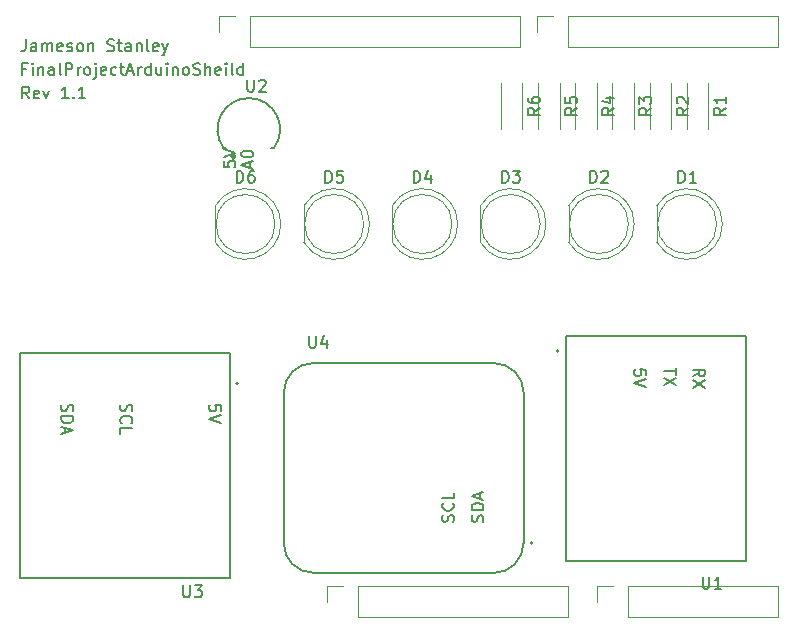
<source format=gbr>
%TF.GenerationSoftware,KiCad,Pcbnew,8.0.8*%
%TF.CreationDate,2025-03-12T20:49:11-06:00*%
%TF.ProjectId,ArduinoUnoSheildFinalProject,41726475-696e-46f5-956e-6f536865696c,rev?*%
%TF.SameCoordinates,Original*%
%TF.FileFunction,Legend,Top*%
%TF.FilePolarity,Positive*%
%FSLAX46Y46*%
G04 Gerber Fmt 4.6, Leading zero omitted, Abs format (unit mm)*
G04 Created by KiCad (PCBNEW 8.0.8) date 2025-03-12 20:49:11*
%MOMM*%
%LPD*%
G01*
G04 APERTURE LIST*
%ADD10C,0.150000*%
%ADD11C,0.120000*%
%ADD12C,0.127000*%
%ADD13C,0.200000*%
%ADD14C,0.300000*%
G04 APERTURE END LIST*
D10*
X117869819Y-60187030D02*
X117869819Y-60663220D01*
X117869819Y-60663220D02*
X118346009Y-60710839D01*
X118346009Y-60710839D02*
X118298390Y-60663220D01*
X118298390Y-60663220D02*
X118250771Y-60567982D01*
X118250771Y-60567982D02*
X118250771Y-60329887D01*
X118250771Y-60329887D02*
X118298390Y-60234649D01*
X118298390Y-60234649D02*
X118346009Y-60187030D01*
X118346009Y-60187030D02*
X118441247Y-60139411D01*
X118441247Y-60139411D02*
X118679342Y-60139411D01*
X118679342Y-60139411D02*
X118774580Y-60187030D01*
X118774580Y-60187030D02*
X118822200Y-60234649D01*
X118822200Y-60234649D02*
X118869819Y-60329887D01*
X118869819Y-60329887D02*
X118869819Y-60567982D01*
X118869819Y-60567982D02*
X118822200Y-60663220D01*
X118822200Y-60663220D02*
X118774580Y-60710839D01*
X117869819Y-59853696D02*
X118869819Y-59520363D01*
X118869819Y-59520363D02*
X117869819Y-59187030D01*
X120084104Y-60710839D02*
X120084104Y-60234649D01*
X120369819Y-60806077D02*
X119369819Y-60472744D01*
X119369819Y-60472744D02*
X120369819Y-60139411D01*
X119369819Y-59615601D02*
X119369819Y-59520363D01*
X119369819Y-59520363D02*
X119417438Y-59425125D01*
X119417438Y-59425125D02*
X119465057Y-59377506D01*
X119465057Y-59377506D02*
X119560295Y-59329887D01*
X119560295Y-59329887D02*
X119750771Y-59282268D01*
X119750771Y-59282268D02*
X119988866Y-59282268D01*
X119988866Y-59282268D02*
X120179342Y-59329887D01*
X120179342Y-59329887D02*
X120274580Y-59377506D01*
X120274580Y-59377506D02*
X120322200Y-59425125D01*
X120322200Y-59425125D02*
X120369819Y-59520363D01*
X120369819Y-59520363D02*
X120369819Y-59615601D01*
X120369819Y-59615601D02*
X120322200Y-59710839D01*
X120322200Y-59710839D02*
X120274580Y-59758458D01*
X120274580Y-59758458D02*
X120179342Y-59806077D01*
X120179342Y-59806077D02*
X119988866Y-59853696D01*
X119988866Y-59853696D02*
X119750771Y-59853696D01*
X119750771Y-59853696D02*
X119560295Y-59806077D01*
X119560295Y-59806077D02*
X119465057Y-59758458D01*
X119465057Y-59758458D02*
X119417438Y-59710839D01*
X119417438Y-59710839D02*
X119369819Y-59615601D01*
X139822200Y-90710839D02*
X139869819Y-90567982D01*
X139869819Y-90567982D02*
X139869819Y-90329887D01*
X139869819Y-90329887D02*
X139822200Y-90234649D01*
X139822200Y-90234649D02*
X139774580Y-90187030D01*
X139774580Y-90187030D02*
X139679342Y-90139411D01*
X139679342Y-90139411D02*
X139584104Y-90139411D01*
X139584104Y-90139411D02*
X139488866Y-90187030D01*
X139488866Y-90187030D02*
X139441247Y-90234649D01*
X139441247Y-90234649D02*
X139393628Y-90329887D01*
X139393628Y-90329887D02*
X139346009Y-90520363D01*
X139346009Y-90520363D02*
X139298390Y-90615601D01*
X139298390Y-90615601D02*
X139250771Y-90663220D01*
X139250771Y-90663220D02*
X139155533Y-90710839D01*
X139155533Y-90710839D02*
X139060295Y-90710839D01*
X139060295Y-90710839D02*
X138965057Y-90663220D01*
X138965057Y-90663220D02*
X138917438Y-90615601D01*
X138917438Y-90615601D02*
X138869819Y-90520363D01*
X138869819Y-90520363D02*
X138869819Y-90282268D01*
X138869819Y-90282268D02*
X138917438Y-90139411D01*
X139869819Y-89710839D02*
X138869819Y-89710839D01*
X138869819Y-89710839D02*
X138869819Y-89472744D01*
X138869819Y-89472744D02*
X138917438Y-89329887D01*
X138917438Y-89329887D02*
X139012676Y-89234649D01*
X139012676Y-89234649D02*
X139107914Y-89187030D01*
X139107914Y-89187030D02*
X139298390Y-89139411D01*
X139298390Y-89139411D02*
X139441247Y-89139411D01*
X139441247Y-89139411D02*
X139631723Y-89187030D01*
X139631723Y-89187030D02*
X139726961Y-89234649D01*
X139726961Y-89234649D02*
X139822200Y-89329887D01*
X139822200Y-89329887D02*
X139869819Y-89472744D01*
X139869819Y-89472744D02*
X139869819Y-89710839D01*
X139584104Y-88758458D02*
X139584104Y-88282268D01*
X139869819Y-88853696D02*
X138869819Y-88520363D01*
X138869819Y-88520363D02*
X139869819Y-88187030D01*
X137322200Y-90710839D02*
X137369819Y-90567982D01*
X137369819Y-90567982D02*
X137369819Y-90329887D01*
X137369819Y-90329887D02*
X137322200Y-90234649D01*
X137322200Y-90234649D02*
X137274580Y-90187030D01*
X137274580Y-90187030D02*
X137179342Y-90139411D01*
X137179342Y-90139411D02*
X137084104Y-90139411D01*
X137084104Y-90139411D02*
X136988866Y-90187030D01*
X136988866Y-90187030D02*
X136941247Y-90234649D01*
X136941247Y-90234649D02*
X136893628Y-90329887D01*
X136893628Y-90329887D02*
X136846009Y-90520363D01*
X136846009Y-90520363D02*
X136798390Y-90615601D01*
X136798390Y-90615601D02*
X136750771Y-90663220D01*
X136750771Y-90663220D02*
X136655533Y-90710839D01*
X136655533Y-90710839D02*
X136560295Y-90710839D01*
X136560295Y-90710839D02*
X136465057Y-90663220D01*
X136465057Y-90663220D02*
X136417438Y-90615601D01*
X136417438Y-90615601D02*
X136369819Y-90520363D01*
X136369819Y-90520363D02*
X136369819Y-90282268D01*
X136369819Y-90282268D02*
X136417438Y-90139411D01*
X137274580Y-89139411D02*
X137322200Y-89187030D01*
X137322200Y-89187030D02*
X137369819Y-89329887D01*
X137369819Y-89329887D02*
X137369819Y-89425125D01*
X137369819Y-89425125D02*
X137322200Y-89567982D01*
X137322200Y-89567982D02*
X137226961Y-89663220D01*
X137226961Y-89663220D02*
X137131723Y-89710839D01*
X137131723Y-89710839D02*
X136941247Y-89758458D01*
X136941247Y-89758458D02*
X136798390Y-89758458D01*
X136798390Y-89758458D02*
X136607914Y-89710839D01*
X136607914Y-89710839D02*
X136512676Y-89663220D01*
X136512676Y-89663220D02*
X136417438Y-89567982D01*
X136417438Y-89567982D02*
X136369819Y-89425125D01*
X136369819Y-89425125D02*
X136369819Y-89329887D01*
X136369819Y-89329887D02*
X136417438Y-89187030D01*
X136417438Y-89187030D02*
X136465057Y-89139411D01*
X137369819Y-88234649D02*
X137369819Y-88710839D01*
X137369819Y-88710839D02*
X136369819Y-88710839D01*
X153630180Y-78312969D02*
X153630180Y-77836779D01*
X153630180Y-77836779D02*
X153153990Y-77789160D01*
X153153990Y-77789160D02*
X153201609Y-77836779D01*
X153201609Y-77836779D02*
X153249228Y-77932017D01*
X153249228Y-77932017D02*
X153249228Y-78170112D01*
X153249228Y-78170112D02*
X153201609Y-78265350D01*
X153201609Y-78265350D02*
X153153990Y-78312969D01*
X153153990Y-78312969D02*
X153058752Y-78360588D01*
X153058752Y-78360588D02*
X152820657Y-78360588D01*
X152820657Y-78360588D02*
X152725419Y-78312969D01*
X152725419Y-78312969D02*
X152677800Y-78265350D01*
X152677800Y-78265350D02*
X152630180Y-78170112D01*
X152630180Y-78170112D02*
X152630180Y-77932017D01*
X152630180Y-77932017D02*
X152677800Y-77836779D01*
X152677800Y-77836779D02*
X152725419Y-77789160D01*
X153630180Y-78646303D02*
X152630180Y-78979636D01*
X152630180Y-78979636D02*
X153630180Y-79312969D01*
X157630180Y-78408207D02*
X158106371Y-78074874D01*
X157630180Y-77836779D02*
X158630180Y-77836779D01*
X158630180Y-77836779D02*
X158630180Y-78217731D01*
X158630180Y-78217731D02*
X158582561Y-78312969D01*
X158582561Y-78312969D02*
X158534942Y-78360588D01*
X158534942Y-78360588D02*
X158439704Y-78408207D01*
X158439704Y-78408207D02*
X158296847Y-78408207D01*
X158296847Y-78408207D02*
X158201609Y-78360588D01*
X158201609Y-78360588D02*
X158153990Y-78312969D01*
X158153990Y-78312969D02*
X158106371Y-78217731D01*
X158106371Y-78217731D02*
X158106371Y-77836779D01*
X158630180Y-78741541D02*
X157630180Y-79408207D01*
X158630180Y-79408207D02*
X157630180Y-78741541D01*
X156130180Y-77693922D02*
X156130180Y-78265350D01*
X155130180Y-77979636D02*
X156130180Y-77979636D01*
X156130180Y-78503446D02*
X155130180Y-79170112D01*
X156130180Y-79170112D02*
X155130180Y-78503446D01*
X117630180Y-81312969D02*
X117630180Y-80836779D01*
X117630180Y-80836779D02*
X117153990Y-80789160D01*
X117153990Y-80789160D02*
X117201609Y-80836779D01*
X117201609Y-80836779D02*
X117249228Y-80932017D01*
X117249228Y-80932017D02*
X117249228Y-81170112D01*
X117249228Y-81170112D02*
X117201609Y-81265350D01*
X117201609Y-81265350D02*
X117153990Y-81312969D01*
X117153990Y-81312969D02*
X117058752Y-81360588D01*
X117058752Y-81360588D02*
X116820657Y-81360588D01*
X116820657Y-81360588D02*
X116725419Y-81312969D01*
X116725419Y-81312969D02*
X116677800Y-81265350D01*
X116677800Y-81265350D02*
X116630180Y-81170112D01*
X116630180Y-81170112D02*
X116630180Y-80932017D01*
X116630180Y-80932017D02*
X116677800Y-80836779D01*
X116677800Y-80836779D02*
X116725419Y-80789160D01*
X117630180Y-81646303D02*
X116630180Y-81979636D01*
X116630180Y-81979636D02*
X117630180Y-82312969D01*
X104177800Y-80789160D02*
X104130180Y-80932017D01*
X104130180Y-80932017D02*
X104130180Y-81170112D01*
X104130180Y-81170112D02*
X104177800Y-81265350D01*
X104177800Y-81265350D02*
X104225419Y-81312969D01*
X104225419Y-81312969D02*
X104320657Y-81360588D01*
X104320657Y-81360588D02*
X104415895Y-81360588D01*
X104415895Y-81360588D02*
X104511133Y-81312969D01*
X104511133Y-81312969D02*
X104558752Y-81265350D01*
X104558752Y-81265350D02*
X104606371Y-81170112D01*
X104606371Y-81170112D02*
X104653990Y-80979636D01*
X104653990Y-80979636D02*
X104701609Y-80884398D01*
X104701609Y-80884398D02*
X104749228Y-80836779D01*
X104749228Y-80836779D02*
X104844466Y-80789160D01*
X104844466Y-80789160D02*
X104939704Y-80789160D01*
X104939704Y-80789160D02*
X105034942Y-80836779D01*
X105034942Y-80836779D02*
X105082561Y-80884398D01*
X105082561Y-80884398D02*
X105130180Y-80979636D01*
X105130180Y-80979636D02*
X105130180Y-81217731D01*
X105130180Y-81217731D02*
X105082561Y-81360588D01*
X104130180Y-81789160D02*
X105130180Y-81789160D01*
X105130180Y-81789160D02*
X105130180Y-82027255D01*
X105130180Y-82027255D02*
X105082561Y-82170112D01*
X105082561Y-82170112D02*
X104987323Y-82265350D01*
X104987323Y-82265350D02*
X104892085Y-82312969D01*
X104892085Y-82312969D02*
X104701609Y-82360588D01*
X104701609Y-82360588D02*
X104558752Y-82360588D01*
X104558752Y-82360588D02*
X104368276Y-82312969D01*
X104368276Y-82312969D02*
X104273038Y-82265350D01*
X104273038Y-82265350D02*
X104177800Y-82170112D01*
X104177800Y-82170112D02*
X104130180Y-82027255D01*
X104130180Y-82027255D02*
X104130180Y-81789160D01*
X104415895Y-82741541D02*
X104415895Y-83217731D01*
X104130180Y-82646303D02*
X105130180Y-82979636D01*
X105130180Y-82979636D02*
X104130180Y-83312969D01*
X109177800Y-80789160D02*
X109130180Y-80932017D01*
X109130180Y-80932017D02*
X109130180Y-81170112D01*
X109130180Y-81170112D02*
X109177800Y-81265350D01*
X109177800Y-81265350D02*
X109225419Y-81312969D01*
X109225419Y-81312969D02*
X109320657Y-81360588D01*
X109320657Y-81360588D02*
X109415895Y-81360588D01*
X109415895Y-81360588D02*
X109511133Y-81312969D01*
X109511133Y-81312969D02*
X109558752Y-81265350D01*
X109558752Y-81265350D02*
X109606371Y-81170112D01*
X109606371Y-81170112D02*
X109653990Y-80979636D01*
X109653990Y-80979636D02*
X109701609Y-80884398D01*
X109701609Y-80884398D02*
X109749228Y-80836779D01*
X109749228Y-80836779D02*
X109844466Y-80789160D01*
X109844466Y-80789160D02*
X109939704Y-80789160D01*
X109939704Y-80789160D02*
X110034942Y-80836779D01*
X110034942Y-80836779D02*
X110082561Y-80884398D01*
X110082561Y-80884398D02*
X110130180Y-80979636D01*
X110130180Y-80979636D02*
X110130180Y-81217731D01*
X110130180Y-81217731D02*
X110082561Y-81360588D01*
X109225419Y-82360588D02*
X109177800Y-82312969D01*
X109177800Y-82312969D02*
X109130180Y-82170112D01*
X109130180Y-82170112D02*
X109130180Y-82074874D01*
X109130180Y-82074874D02*
X109177800Y-81932017D01*
X109177800Y-81932017D02*
X109273038Y-81836779D01*
X109273038Y-81836779D02*
X109368276Y-81789160D01*
X109368276Y-81789160D02*
X109558752Y-81741541D01*
X109558752Y-81741541D02*
X109701609Y-81741541D01*
X109701609Y-81741541D02*
X109892085Y-81789160D01*
X109892085Y-81789160D02*
X109987323Y-81836779D01*
X109987323Y-81836779D02*
X110082561Y-81932017D01*
X110082561Y-81932017D02*
X110130180Y-82074874D01*
X110130180Y-82074874D02*
X110130180Y-82170112D01*
X110130180Y-82170112D02*
X110082561Y-82312969D01*
X110082561Y-82312969D02*
X110034942Y-82360588D01*
X109130180Y-83265350D02*
X109130180Y-82789160D01*
X109130180Y-82789160D02*
X110130180Y-82789160D01*
X101122493Y-49869819D02*
X101122493Y-50584104D01*
X101122493Y-50584104D02*
X101074874Y-50726961D01*
X101074874Y-50726961D02*
X100979636Y-50822200D01*
X100979636Y-50822200D02*
X100836779Y-50869819D01*
X100836779Y-50869819D02*
X100741541Y-50869819D01*
X102027255Y-50869819D02*
X102027255Y-50346009D01*
X102027255Y-50346009D02*
X101979636Y-50250771D01*
X101979636Y-50250771D02*
X101884398Y-50203152D01*
X101884398Y-50203152D02*
X101693922Y-50203152D01*
X101693922Y-50203152D02*
X101598684Y-50250771D01*
X102027255Y-50822200D02*
X101932017Y-50869819D01*
X101932017Y-50869819D02*
X101693922Y-50869819D01*
X101693922Y-50869819D02*
X101598684Y-50822200D01*
X101598684Y-50822200D02*
X101551065Y-50726961D01*
X101551065Y-50726961D02*
X101551065Y-50631723D01*
X101551065Y-50631723D02*
X101598684Y-50536485D01*
X101598684Y-50536485D02*
X101693922Y-50488866D01*
X101693922Y-50488866D02*
X101932017Y-50488866D01*
X101932017Y-50488866D02*
X102027255Y-50441247D01*
X102503446Y-50869819D02*
X102503446Y-50203152D01*
X102503446Y-50298390D02*
X102551065Y-50250771D01*
X102551065Y-50250771D02*
X102646303Y-50203152D01*
X102646303Y-50203152D02*
X102789160Y-50203152D01*
X102789160Y-50203152D02*
X102884398Y-50250771D01*
X102884398Y-50250771D02*
X102932017Y-50346009D01*
X102932017Y-50346009D02*
X102932017Y-50869819D01*
X102932017Y-50346009D02*
X102979636Y-50250771D01*
X102979636Y-50250771D02*
X103074874Y-50203152D01*
X103074874Y-50203152D02*
X103217731Y-50203152D01*
X103217731Y-50203152D02*
X103312970Y-50250771D01*
X103312970Y-50250771D02*
X103360589Y-50346009D01*
X103360589Y-50346009D02*
X103360589Y-50869819D01*
X104217731Y-50822200D02*
X104122493Y-50869819D01*
X104122493Y-50869819D02*
X103932017Y-50869819D01*
X103932017Y-50869819D02*
X103836779Y-50822200D01*
X103836779Y-50822200D02*
X103789160Y-50726961D01*
X103789160Y-50726961D02*
X103789160Y-50346009D01*
X103789160Y-50346009D02*
X103836779Y-50250771D01*
X103836779Y-50250771D02*
X103932017Y-50203152D01*
X103932017Y-50203152D02*
X104122493Y-50203152D01*
X104122493Y-50203152D02*
X104217731Y-50250771D01*
X104217731Y-50250771D02*
X104265350Y-50346009D01*
X104265350Y-50346009D02*
X104265350Y-50441247D01*
X104265350Y-50441247D02*
X103789160Y-50536485D01*
X104646303Y-50822200D02*
X104741541Y-50869819D01*
X104741541Y-50869819D02*
X104932017Y-50869819D01*
X104932017Y-50869819D02*
X105027255Y-50822200D01*
X105027255Y-50822200D02*
X105074874Y-50726961D01*
X105074874Y-50726961D02*
X105074874Y-50679342D01*
X105074874Y-50679342D02*
X105027255Y-50584104D01*
X105027255Y-50584104D02*
X104932017Y-50536485D01*
X104932017Y-50536485D02*
X104789160Y-50536485D01*
X104789160Y-50536485D02*
X104693922Y-50488866D01*
X104693922Y-50488866D02*
X104646303Y-50393628D01*
X104646303Y-50393628D02*
X104646303Y-50346009D01*
X104646303Y-50346009D02*
X104693922Y-50250771D01*
X104693922Y-50250771D02*
X104789160Y-50203152D01*
X104789160Y-50203152D02*
X104932017Y-50203152D01*
X104932017Y-50203152D02*
X105027255Y-50250771D01*
X105646303Y-50869819D02*
X105551065Y-50822200D01*
X105551065Y-50822200D02*
X105503446Y-50774580D01*
X105503446Y-50774580D02*
X105455827Y-50679342D01*
X105455827Y-50679342D02*
X105455827Y-50393628D01*
X105455827Y-50393628D02*
X105503446Y-50298390D01*
X105503446Y-50298390D02*
X105551065Y-50250771D01*
X105551065Y-50250771D02*
X105646303Y-50203152D01*
X105646303Y-50203152D02*
X105789160Y-50203152D01*
X105789160Y-50203152D02*
X105884398Y-50250771D01*
X105884398Y-50250771D02*
X105932017Y-50298390D01*
X105932017Y-50298390D02*
X105979636Y-50393628D01*
X105979636Y-50393628D02*
X105979636Y-50679342D01*
X105979636Y-50679342D02*
X105932017Y-50774580D01*
X105932017Y-50774580D02*
X105884398Y-50822200D01*
X105884398Y-50822200D02*
X105789160Y-50869819D01*
X105789160Y-50869819D02*
X105646303Y-50869819D01*
X106408208Y-50203152D02*
X106408208Y-50869819D01*
X106408208Y-50298390D02*
X106455827Y-50250771D01*
X106455827Y-50250771D02*
X106551065Y-50203152D01*
X106551065Y-50203152D02*
X106693922Y-50203152D01*
X106693922Y-50203152D02*
X106789160Y-50250771D01*
X106789160Y-50250771D02*
X106836779Y-50346009D01*
X106836779Y-50346009D02*
X106836779Y-50869819D01*
X108027256Y-50822200D02*
X108170113Y-50869819D01*
X108170113Y-50869819D02*
X108408208Y-50869819D01*
X108408208Y-50869819D02*
X108503446Y-50822200D01*
X108503446Y-50822200D02*
X108551065Y-50774580D01*
X108551065Y-50774580D02*
X108598684Y-50679342D01*
X108598684Y-50679342D02*
X108598684Y-50584104D01*
X108598684Y-50584104D02*
X108551065Y-50488866D01*
X108551065Y-50488866D02*
X108503446Y-50441247D01*
X108503446Y-50441247D02*
X108408208Y-50393628D01*
X108408208Y-50393628D02*
X108217732Y-50346009D01*
X108217732Y-50346009D02*
X108122494Y-50298390D01*
X108122494Y-50298390D02*
X108074875Y-50250771D01*
X108074875Y-50250771D02*
X108027256Y-50155533D01*
X108027256Y-50155533D02*
X108027256Y-50060295D01*
X108027256Y-50060295D02*
X108074875Y-49965057D01*
X108074875Y-49965057D02*
X108122494Y-49917438D01*
X108122494Y-49917438D02*
X108217732Y-49869819D01*
X108217732Y-49869819D02*
X108455827Y-49869819D01*
X108455827Y-49869819D02*
X108598684Y-49917438D01*
X108884399Y-50203152D02*
X109265351Y-50203152D01*
X109027256Y-49869819D02*
X109027256Y-50726961D01*
X109027256Y-50726961D02*
X109074875Y-50822200D01*
X109074875Y-50822200D02*
X109170113Y-50869819D01*
X109170113Y-50869819D02*
X109265351Y-50869819D01*
X110027256Y-50869819D02*
X110027256Y-50346009D01*
X110027256Y-50346009D02*
X109979637Y-50250771D01*
X109979637Y-50250771D02*
X109884399Y-50203152D01*
X109884399Y-50203152D02*
X109693923Y-50203152D01*
X109693923Y-50203152D02*
X109598685Y-50250771D01*
X110027256Y-50822200D02*
X109932018Y-50869819D01*
X109932018Y-50869819D02*
X109693923Y-50869819D01*
X109693923Y-50869819D02*
X109598685Y-50822200D01*
X109598685Y-50822200D02*
X109551066Y-50726961D01*
X109551066Y-50726961D02*
X109551066Y-50631723D01*
X109551066Y-50631723D02*
X109598685Y-50536485D01*
X109598685Y-50536485D02*
X109693923Y-50488866D01*
X109693923Y-50488866D02*
X109932018Y-50488866D01*
X109932018Y-50488866D02*
X110027256Y-50441247D01*
X110503447Y-50203152D02*
X110503447Y-50869819D01*
X110503447Y-50298390D02*
X110551066Y-50250771D01*
X110551066Y-50250771D02*
X110646304Y-50203152D01*
X110646304Y-50203152D02*
X110789161Y-50203152D01*
X110789161Y-50203152D02*
X110884399Y-50250771D01*
X110884399Y-50250771D02*
X110932018Y-50346009D01*
X110932018Y-50346009D02*
X110932018Y-50869819D01*
X111551066Y-50869819D02*
X111455828Y-50822200D01*
X111455828Y-50822200D02*
X111408209Y-50726961D01*
X111408209Y-50726961D02*
X111408209Y-49869819D01*
X112312971Y-50822200D02*
X112217733Y-50869819D01*
X112217733Y-50869819D02*
X112027257Y-50869819D01*
X112027257Y-50869819D02*
X111932019Y-50822200D01*
X111932019Y-50822200D02*
X111884400Y-50726961D01*
X111884400Y-50726961D02*
X111884400Y-50346009D01*
X111884400Y-50346009D02*
X111932019Y-50250771D01*
X111932019Y-50250771D02*
X112027257Y-50203152D01*
X112027257Y-50203152D02*
X112217733Y-50203152D01*
X112217733Y-50203152D02*
X112312971Y-50250771D01*
X112312971Y-50250771D02*
X112360590Y-50346009D01*
X112360590Y-50346009D02*
X112360590Y-50441247D01*
X112360590Y-50441247D02*
X111884400Y-50536485D01*
X112693924Y-50203152D02*
X112932019Y-50869819D01*
X113170114Y-50203152D02*
X112932019Y-50869819D01*
X112932019Y-50869819D02*
X112836781Y-51107914D01*
X112836781Y-51107914D02*
X112789162Y-51155533D01*
X112789162Y-51155533D02*
X112693924Y-51203152D01*
X101170112Y-52346009D02*
X100836779Y-52346009D01*
X100836779Y-52869819D02*
X100836779Y-51869819D01*
X100836779Y-51869819D02*
X101312969Y-51869819D01*
X101693922Y-52869819D02*
X101693922Y-52203152D01*
X101693922Y-51869819D02*
X101646303Y-51917438D01*
X101646303Y-51917438D02*
X101693922Y-51965057D01*
X101693922Y-51965057D02*
X101741541Y-51917438D01*
X101741541Y-51917438D02*
X101693922Y-51869819D01*
X101693922Y-51869819D02*
X101693922Y-51965057D01*
X102170112Y-52203152D02*
X102170112Y-52869819D01*
X102170112Y-52298390D02*
X102217731Y-52250771D01*
X102217731Y-52250771D02*
X102312969Y-52203152D01*
X102312969Y-52203152D02*
X102455826Y-52203152D01*
X102455826Y-52203152D02*
X102551064Y-52250771D01*
X102551064Y-52250771D02*
X102598683Y-52346009D01*
X102598683Y-52346009D02*
X102598683Y-52869819D01*
X103503445Y-52869819D02*
X103503445Y-52346009D01*
X103503445Y-52346009D02*
X103455826Y-52250771D01*
X103455826Y-52250771D02*
X103360588Y-52203152D01*
X103360588Y-52203152D02*
X103170112Y-52203152D01*
X103170112Y-52203152D02*
X103074874Y-52250771D01*
X103503445Y-52822200D02*
X103408207Y-52869819D01*
X103408207Y-52869819D02*
X103170112Y-52869819D01*
X103170112Y-52869819D02*
X103074874Y-52822200D01*
X103074874Y-52822200D02*
X103027255Y-52726961D01*
X103027255Y-52726961D02*
X103027255Y-52631723D01*
X103027255Y-52631723D02*
X103074874Y-52536485D01*
X103074874Y-52536485D02*
X103170112Y-52488866D01*
X103170112Y-52488866D02*
X103408207Y-52488866D01*
X103408207Y-52488866D02*
X103503445Y-52441247D01*
X104122493Y-52869819D02*
X104027255Y-52822200D01*
X104027255Y-52822200D02*
X103979636Y-52726961D01*
X103979636Y-52726961D02*
X103979636Y-51869819D01*
X104503446Y-52869819D02*
X104503446Y-51869819D01*
X104503446Y-51869819D02*
X104884398Y-51869819D01*
X104884398Y-51869819D02*
X104979636Y-51917438D01*
X104979636Y-51917438D02*
X105027255Y-51965057D01*
X105027255Y-51965057D02*
X105074874Y-52060295D01*
X105074874Y-52060295D02*
X105074874Y-52203152D01*
X105074874Y-52203152D02*
X105027255Y-52298390D01*
X105027255Y-52298390D02*
X104979636Y-52346009D01*
X104979636Y-52346009D02*
X104884398Y-52393628D01*
X104884398Y-52393628D02*
X104503446Y-52393628D01*
X105503446Y-52869819D02*
X105503446Y-52203152D01*
X105503446Y-52393628D02*
X105551065Y-52298390D01*
X105551065Y-52298390D02*
X105598684Y-52250771D01*
X105598684Y-52250771D02*
X105693922Y-52203152D01*
X105693922Y-52203152D02*
X105789160Y-52203152D01*
X106265351Y-52869819D02*
X106170113Y-52822200D01*
X106170113Y-52822200D02*
X106122494Y-52774580D01*
X106122494Y-52774580D02*
X106074875Y-52679342D01*
X106074875Y-52679342D02*
X106074875Y-52393628D01*
X106074875Y-52393628D02*
X106122494Y-52298390D01*
X106122494Y-52298390D02*
X106170113Y-52250771D01*
X106170113Y-52250771D02*
X106265351Y-52203152D01*
X106265351Y-52203152D02*
X106408208Y-52203152D01*
X106408208Y-52203152D02*
X106503446Y-52250771D01*
X106503446Y-52250771D02*
X106551065Y-52298390D01*
X106551065Y-52298390D02*
X106598684Y-52393628D01*
X106598684Y-52393628D02*
X106598684Y-52679342D01*
X106598684Y-52679342D02*
X106551065Y-52774580D01*
X106551065Y-52774580D02*
X106503446Y-52822200D01*
X106503446Y-52822200D02*
X106408208Y-52869819D01*
X106408208Y-52869819D02*
X106265351Y-52869819D01*
X107027256Y-52203152D02*
X107027256Y-53060295D01*
X107027256Y-53060295D02*
X106979637Y-53155533D01*
X106979637Y-53155533D02*
X106884399Y-53203152D01*
X106884399Y-53203152D02*
X106836780Y-53203152D01*
X107027256Y-51869819D02*
X106979637Y-51917438D01*
X106979637Y-51917438D02*
X107027256Y-51965057D01*
X107027256Y-51965057D02*
X107074875Y-51917438D01*
X107074875Y-51917438D02*
X107027256Y-51869819D01*
X107027256Y-51869819D02*
X107027256Y-51965057D01*
X107884398Y-52822200D02*
X107789160Y-52869819D01*
X107789160Y-52869819D02*
X107598684Y-52869819D01*
X107598684Y-52869819D02*
X107503446Y-52822200D01*
X107503446Y-52822200D02*
X107455827Y-52726961D01*
X107455827Y-52726961D02*
X107455827Y-52346009D01*
X107455827Y-52346009D02*
X107503446Y-52250771D01*
X107503446Y-52250771D02*
X107598684Y-52203152D01*
X107598684Y-52203152D02*
X107789160Y-52203152D01*
X107789160Y-52203152D02*
X107884398Y-52250771D01*
X107884398Y-52250771D02*
X107932017Y-52346009D01*
X107932017Y-52346009D02*
X107932017Y-52441247D01*
X107932017Y-52441247D02*
X107455827Y-52536485D01*
X108789160Y-52822200D02*
X108693922Y-52869819D01*
X108693922Y-52869819D02*
X108503446Y-52869819D01*
X108503446Y-52869819D02*
X108408208Y-52822200D01*
X108408208Y-52822200D02*
X108360589Y-52774580D01*
X108360589Y-52774580D02*
X108312970Y-52679342D01*
X108312970Y-52679342D02*
X108312970Y-52393628D01*
X108312970Y-52393628D02*
X108360589Y-52298390D01*
X108360589Y-52298390D02*
X108408208Y-52250771D01*
X108408208Y-52250771D02*
X108503446Y-52203152D01*
X108503446Y-52203152D02*
X108693922Y-52203152D01*
X108693922Y-52203152D02*
X108789160Y-52250771D01*
X109074875Y-52203152D02*
X109455827Y-52203152D01*
X109217732Y-51869819D02*
X109217732Y-52726961D01*
X109217732Y-52726961D02*
X109265351Y-52822200D01*
X109265351Y-52822200D02*
X109360589Y-52869819D01*
X109360589Y-52869819D02*
X109455827Y-52869819D01*
X109741542Y-52584104D02*
X110217732Y-52584104D01*
X109646304Y-52869819D02*
X109979637Y-51869819D01*
X109979637Y-51869819D02*
X110312970Y-52869819D01*
X110646304Y-52869819D02*
X110646304Y-52203152D01*
X110646304Y-52393628D02*
X110693923Y-52298390D01*
X110693923Y-52298390D02*
X110741542Y-52250771D01*
X110741542Y-52250771D02*
X110836780Y-52203152D01*
X110836780Y-52203152D02*
X110932018Y-52203152D01*
X111693923Y-52869819D02*
X111693923Y-51869819D01*
X111693923Y-52822200D02*
X111598685Y-52869819D01*
X111598685Y-52869819D02*
X111408209Y-52869819D01*
X111408209Y-52869819D02*
X111312971Y-52822200D01*
X111312971Y-52822200D02*
X111265352Y-52774580D01*
X111265352Y-52774580D02*
X111217733Y-52679342D01*
X111217733Y-52679342D02*
X111217733Y-52393628D01*
X111217733Y-52393628D02*
X111265352Y-52298390D01*
X111265352Y-52298390D02*
X111312971Y-52250771D01*
X111312971Y-52250771D02*
X111408209Y-52203152D01*
X111408209Y-52203152D02*
X111598685Y-52203152D01*
X111598685Y-52203152D02*
X111693923Y-52250771D01*
X112598685Y-52203152D02*
X112598685Y-52869819D01*
X112170114Y-52203152D02*
X112170114Y-52726961D01*
X112170114Y-52726961D02*
X112217733Y-52822200D01*
X112217733Y-52822200D02*
X112312971Y-52869819D01*
X112312971Y-52869819D02*
X112455828Y-52869819D01*
X112455828Y-52869819D02*
X112551066Y-52822200D01*
X112551066Y-52822200D02*
X112598685Y-52774580D01*
X113074876Y-52869819D02*
X113074876Y-52203152D01*
X113074876Y-51869819D02*
X113027257Y-51917438D01*
X113027257Y-51917438D02*
X113074876Y-51965057D01*
X113074876Y-51965057D02*
X113122495Y-51917438D01*
X113122495Y-51917438D02*
X113074876Y-51869819D01*
X113074876Y-51869819D02*
X113074876Y-51965057D01*
X113551066Y-52203152D02*
X113551066Y-52869819D01*
X113551066Y-52298390D02*
X113598685Y-52250771D01*
X113598685Y-52250771D02*
X113693923Y-52203152D01*
X113693923Y-52203152D02*
X113836780Y-52203152D01*
X113836780Y-52203152D02*
X113932018Y-52250771D01*
X113932018Y-52250771D02*
X113979637Y-52346009D01*
X113979637Y-52346009D02*
X113979637Y-52869819D01*
X114598685Y-52869819D02*
X114503447Y-52822200D01*
X114503447Y-52822200D02*
X114455828Y-52774580D01*
X114455828Y-52774580D02*
X114408209Y-52679342D01*
X114408209Y-52679342D02*
X114408209Y-52393628D01*
X114408209Y-52393628D02*
X114455828Y-52298390D01*
X114455828Y-52298390D02*
X114503447Y-52250771D01*
X114503447Y-52250771D02*
X114598685Y-52203152D01*
X114598685Y-52203152D02*
X114741542Y-52203152D01*
X114741542Y-52203152D02*
X114836780Y-52250771D01*
X114836780Y-52250771D02*
X114884399Y-52298390D01*
X114884399Y-52298390D02*
X114932018Y-52393628D01*
X114932018Y-52393628D02*
X114932018Y-52679342D01*
X114932018Y-52679342D02*
X114884399Y-52774580D01*
X114884399Y-52774580D02*
X114836780Y-52822200D01*
X114836780Y-52822200D02*
X114741542Y-52869819D01*
X114741542Y-52869819D02*
X114598685Y-52869819D01*
X115312971Y-52822200D02*
X115455828Y-52869819D01*
X115455828Y-52869819D02*
X115693923Y-52869819D01*
X115693923Y-52869819D02*
X115789161Y-52822200D01*
X115789161Y-52822200D02*
X115836780Y-52774580D01*
X115836780Y-52774580D02*
X115884399Y-52679342D01*
X115884399Y-52679342D02*
X115884399Y-52584104D01*
X115884399Y-52584104D02*
X115836780Y-52488866D01*
X115836780Y-52488866D02*
X115789161Y-52441247D01*
X115789161Y-52441247D02*
X115693923Y-52393628D01*
X115693923Y-52393628D02*
X115503447Y-52346009D01*
X115503447Y-52346009D02*
X115408209Y-52298390D01*
X115408209Y-52298390D02*
X115360590Y-52250771D01*
X115360590Y-52250771D02*
X115312971Y-52155533D01*
X115312971Y-52155533D02*
X115312971Y-52060295D01*
X115312971Y-52060295D02*
X115360590Y-51965057D01*
X115360590Y-51965057D02*
X115408209Y-51917438D01*
X115408209Y-51917438D02*
X115503447Y-51869819D01*
X115503447Y-51869819D02*
X115741542Y-51869819D01*
X115741542Y-51869819D02*
X115884399Y-51917438D01*
X116312971Y-52869819D02*
X116312971Y-51869819D01*
X116741542Y-52869819D02*
X116741542Y-52346009D01*
X116741542Y-52346009D02*
X116693923Y-52250771D01*
X116693923Y-52250771D02*
X116598685Y-52203152D01*
X116598685Y-52203152D02*
X116455828Y-52203152D01*
X116455828Y-52203152D02*
X116360590Y-52250771D01*
X116360590Y-52250771D02*
X116312971Y-52298390D01*
X117598685Y-52822200D02*
X117503447Y-52869819D01*
X117503447Y-52869819D02*
X117312971Y-52869819D01*
X117312971Y-52869819D02*
X117217733Y-52822200D01*
X117217733Y-52822200D02*
X117170114Y-52726961D01*
X117170114Y-52726961D02*
X117170114Y-52346009D01*
X117170114Y-52346009D02*
X117217733Y-52250771D01*
X117217733Y-52250771D02*
X117312971Y-52203152D01*
X117312971Y-52203152D02*
X117503447Y-52203152D01*
X117503447Y-52203152D02*
X117598685Y-52250771D01*
X117598685Y-52250771D02*
X117646304Y-52346009D01*
X117646304Y-52346009D02*
X117646304Y-52441247D01*
X117646304Y-52441247D02*
X117170114Y-52536485D01*
X118074876Y-52869819D02*
X118074876Y-52203152D01*
X118074876Y-51869819D02*
X118027257Y-51917438D01*
X118027257Y-51917438D02*
X118074876Y-51965057D01*
X118074876Y-51965057D02*
X118122495Y-51917438D01*
X118122495Y-51917438D02*
X118074876Y-51869819D01*
X118074876Y-51869819D02*
X118074876Y-51965057D01*
X118693923Y-52869819D02*
X118598685Y-52822200D01*
X118598685Y-52822200D02*
X118551066Y-52726961D01*
X118551066Y-52726961D02*
X118551066Y-51869819D01*
X119503447Y-52869819D02*
X119503447Y-51869819D01*
X119503447Y-52822200D02*
X119408209Y-52869819D01*
X119408209Y-52869819D02*
X119217733Y-52869819D01*
X119217733Y-52869819D02*
X119122495Y-52822200D01*
X119122495Y-52822200D02*
X119074876Y-52774580D01*
X119074876Y-52774580D02*
X119027257Y-52679342D01*
X119027257Y-52679342D02*
X119027257Y-52393628D01*
X119027257Y-52393628D02*
X119074876Y-52298390D01*
X119074876Y-52298390D02*
X119122495Y-52250771D01*
X119122495Y-52250771D02*
X119217733Y-52203152D01*
X119217733Y-52203152D02*
X119408209Y-52203152D01*
X119408209Y-52203152D02*
X119503447Y-52250771D01*
X101408207Y-54869819D02*
X101074874Y-54393628D01*
X100836779Y-54869819D02*
X100836779Y-53869819D01*
X100836779Y-53869819D02*
X101217731Y-53869819D01*
X101217731Y-53869819D02*
X101312969Y-53917438D01*
X101312969Y-53917438D02*
X101360588Y-53965057D01*
X101360588Y-53965057D02*
X101408207Y-54060295D01*
X101408207Y-54060295D02*
X101408207Y-54203152D01*
X101408207Y-54203152D02*
X101360588Y-54298390D01*
X101360588Y-54298390D02*
X101312969Y-54346009D01*
X101312969Y-54346009D02*
X101217731Y-54393628D01*
X101217731Y-54393628D02*
X100836779Y-54393628D01*
X102217731Y-54822200D02*
X102122493Y-54869819D01*
X102122493Y-54869819D02*
X101932017Y-54869819D01*
X101932017Y-54869819D02*
X101836779Y-54822200D01*
X101836779Y-54822200D02*
X101789160Y-54726961D01*
X101789160Y-54726961D02*
X101789160Y-54346009D01*
X101789160Y-54346009D02*
X101836779Y-54250771D01*
X101836779Y-54250771D02*
X101932017Y-54203152D01*
X101932017Y-54203152D02*
X102122493Y-54203152D01*
X102122493Y-54203152D02*
X102217731Y-54250771D01*
X102217731Y-54250771D02*
X102265350Y-54346009D01*
X102265350Y-54346009D02*
X102265350Y-54441247D01*
X102265350Y-54441247D02*
X101789160Y-54536485D01*
X102598684Y-54203152D02*
X102836779Y-54869819D01*
X102836779Y-54869819D02*
X103074874Y-54203152D01*
X104741541Y-54869819D02*
X104170113Y-54869819D01*
X104455827Y-54869819D02*
X104455827Y-53869819D01*
X104455827Y-53869819D02*
X104360589Y-54012676D01*
X104360589Y-54012676D02*
X104265351Y-54107914D01*
X104265351Y-54107914D02*
X104170113Y-54155533D01*
X105170113Y-54774580D02*
X105217732Y-54822200D01*
X105217732Y-54822200D02*
X105170113Y-54869819D01*
X105170113Y-54869819D02*
X105122494Y-54822200D01*
X105122494Y-54822200D02*
X105170113Y-54774580D01*
X105170113Y-54774580D02*
X105170113Y-54869819D01*
X106170112Y-54869819D02*
X105598684Y-54869819D01*
X105884398Y-54869819D02*
X105884398Y-53869819D01*
X105884398Y-53869819D02*
X105789160Y-54012676D01*
X105789160Y-54012676D02*
X105693922Y-54107914D01*
X105693922Y-54107914D02*
X105598684Y-54155533D01*
X154074819Y-55666666D02*
X153598628Y-55999999D01*
X154074819Y-56238094D02*
X153074819Y-56238094D01*
X153074819Y-56238094D02*
X153074819Y-55857142D01*
X153074819Y-55857142D02*
X153122438Y-55761904D01*
X153122438Y-55761904D02*
X153170057Y-55714285D01*
X153170057Y-55714285D02*
X153265295Y-55666666D01*
X153265295Y-55666666D02*
X153408152Y-55666666D01*
X153408152Y-55666666D02*
X153503390Y-55714285D01*
X153503390Y-55714285D02*
X153551009Y-55761904D01*
X153551009Y-55761904D02*
X153598628Y-55857142D01*
X153598628Y-55857142D02*
X153598628Y-56238094D01*
X153074819Y-55333332D02*
X153074819Y-54714285D01*
X153074819Y-54714285D02*
X153455771Y-55047618D01*
X153455771Y-55047618D02*
X153455771Y-54904761D01*
X153455771Y-54904761D02*
X153503390Y-54809523D01*
X153503390Y-54809523D02*
X153551009Y-54761904D01*
X153551009Y-54761904D02*
X153646247Y-54714285D01*
X153646247Y-54714285D02*
X153884342Y-54714285D01*
X153884342Y-54714285D02*
X153979580Y-54761904D01*
X153979580Y-54761904D02*
X154027200Y-54809523D01*
X154027200Y-54809523D02*
X154074819Y-54904761D01*
X154074819Y-54904761D02*
X154074819Y-55190475D01*
X154074819Y-55190475D02*
X154027200Y-55285713D01*
X154027200Y-55285713D02*
X153979580Y-55333332D01*
X157224819Y-55666666D02*
X156748628Y-55999999D01*
X157224819Y-56238094D02*
X156224819Y-56238094D01*
X156224819Y-56238094D02*
X156224819Y-55857142D01*
X156224819Y-55857142D02*
X156272438Y-55761904D01*
X156272438Y-55761904D02*
X156320057Y-55714285D01*
X156320057Y-55714285D02*
X156415295Y-55666666D01*
X156415295Y-55666666D02*
X156558152Y-55666666D01*
X156558152Y-55666666D02*
X156653390Y-55714285D01*
X156653390Y-55714285D02*
X156701009Y-55761904D01*
X156701009Y-55761904D02*
X156748628Y-55857142D01*
X156748628Y-55857142D02*
X156748628Y-56238094D01*
X156320057Y-55285713D02*
X156272438Y-55238094D01*
X156272438Y-55238094D02*
X156224819Y-55142856D01*
X156224819Y-55142856D02*
X156224819Y-54904761D01*
X156224819Y-54904761D02*
X156272438Y-54809523D01*
X156272438Y-54809523D02*
X156320057Y-54761904D01*
X156320057Y-54761904D02*
X156415295Y-54714285D01*
X156415295Y-54714285D02*
X156510533Y-54714285D01*
X156510533Y-54714285D02*
X156653390Y-54761904D01*
X156653390Y-54761904D02*
X157224819Y-55333332D01*
X157224819Y-55333332D02*
X157224819Y-54714285D01*
X114453095Y-96099819D02*
X114453095Y-96909342D01*
X114453095Y-96909342D02*
X114500714Y-97004580D01*
X114500714Y-97004580D02*
X114548333Y-97052200D01*
X114548333Y-97052200D02*
X114643571Y-97099819D01*
X114643571Y-97099819D02*
X114834047Y-97099819D01*
X114834047Y-97099819D02*
X114929285Y-97052200D01*
X114929285Y-97052200D02*
X114976904Y-97004580D01*
X114976904Y-97004580D02*
X115024523Y-96909342D01*
X115024523Y-96909342D02*
X115024523Y-96099819D01*
X115405476Y-96099819D02*
X116024523Y-96099819D01*
X116024523Y-96099819D02*
X115691190Y-96480771D01*
X115691190Y-96480771D02*
X115834047Y-96480771D01*
X115834047Y-96480771D02*
X115929285Y-96528390D01*
X115929285Y-96528390D02*
X115976904Y-96576009D01*
X115976904Y-96576009D02*
X116024523Y-96671247D01*
X116024523Y-96671247D02*
X116024523Y-96909342D01*
X116024523Y-96909342D02*
X115976904Y-97004580D01*
X115976904Y-97004580D02*
X115929285Y-97052200D01*
X115929285Y-97052200D02*
X115834047Y-97099819D01*
X115834047Y-97099819D02*
X115548333Y-97099819D01*
X115548333Y-97099819D02*
X115453095Y-97052200D01*
X115453095Y-97052200D02*
X115405476Y-97004580D01*
X156371905Y-61994819D02*
X156371905Y-60994819D01*
X156371905Y-60994819D02*
X156610000Y-60994819D01*
X156610000Y-60994819D02*
X156752857Y-61042438D01*
X156752857Y-61042438D02*
X156848095Y-61137676D01*
X156848095Y-61137676D02*
X156895714Y-61232914D01*
X156895714Y-61232914D02*
X156943333Y-61423390D01*
X156943333Y-61423390D02*
X156943333Y-61566247D01*
X156943333Y-61566247D02*
X156895714Y-61756723D01*
X156895714Y-61756723D02*
X156848095Y-61851961D01*
X156848095Y-61851961D02*
X156752857Y-61947200D01*
X156752857Y-61947200D02*
X156610000Y-61994819D01*
X156610000Y-61994819D02*
X156371905Y-61994819D01*
X157895714Y-61994819D02*
X157324286Y-61994819D01*
X157610000Y-61994819D02*
X157610000Y-60994819D01*
X157610000Y-60994819D02*
X157514762Y-61137676D01*
X157514762Y-61137676D02*
X157419524Y-61232914D01*
X157419524Y-61232914D02*
X157324286Y-61280533D01*
X118981905Y-61994819D02*
X118981905Y-60994819D01*
X118981905Y-60994819D02*
X119220000Y-60994819D01*
X119220000Y-60994819D02*
X119362857Y-61042438D01*
X119362857Y-61042438D02*
X119458095Y-61137676D01*
X119458095Y-61137676D02*
X119505714Y-61232914D01*
X119505714Y-61232914D02*
X119553333Y-61423390D01*
X119553333Y-61423390D02*
X119553333Y-61566247D01*
X119553333Y-61566247D02*
X119505714Y-61756723D01*
X119505714Y-61756723D02*
X119458095Y-61851961D01*
X119458095Y-61851961D02*
X119362857Y-61947200D01*
X119362857Y-61947200D02*
X119220000Y-61994819D01*
X119220000Y-61994819D02*
X118981905Y-61994819D01*
X120410476Y-60994819D02*
X120220000Y-60994819D01*
X120220000Y-60994819D02*
X120124762Y-61042438D01*
X120124762Y-61042438D02*
X120077143Y-61090057D01*
X120077143Y-61090057D02*
X119981905Y-61232914D01*
X119981905Y-61232914D02*
X119934286Y-61423390D01*
X119934286Y-61423390D02*
X119934286Y-61804342D01*
X119934286Y-61804342D02*
X119981905Y-61899580D01*
X119981905Y-61899580D02*
X120029524Y-61947200D01*
X120029524Y-61947200D02*
X120124762Y-61994819D01*
X120124762Y-61994819D02*
X120315238Y-61994819D01*
X120315238Y-61994819D02*
X120410476Y-61947200D01*
X120410476Y-61947200D02*
X120458095Y-61899580D01*
X120458095Y-61899580D02*
X120505714Y-61804342D01*
X120505714Y-61804342D02*
X120505714Y-61566247D01*
X120505714Y-61566247D02*
X120458095Y-61471009D01*
X120458095Y-61471009D02*
X120410476Y-61423390D01*
X120410476Y-61423390D02*
X120315238Y-61375771D01*
X120315238Y-61375771D02*
X120124762Y-61375771D01*
X120124762Y-61375771D02*
X120029524Y-61423390D01*
X120029524Y-61423390D02*
X119981905Y-61471009D01*
X119981905Y-61471009D02*
X119934286Y-61566247D01*
X148901905Y-61994819D02*
X148901905Y-60994819D01*
X148901905Y-60994819D02*
X149140000Y-60994819D01*
X149140000Y-60994819D02*
X149282857Y-61042438D01*
X149282857Y-61042438D02*
X149378095Y-61137676D01*
X149378095Y-61137676D02*
X149425714Y-61232914D01*
X149425714Y-61232914D02*
X149473333Y-61423390D01*
X149473333Y-61423390D02*
X149473333Y-61566247D01*
X149473333Y-61566247D02*
X149425714Y-61756723D01*
X149425714Y-61756723D02*
X149378095Y-61851961D01*
X149378095Y-61851961D02*
X149282857Y-61947200D01*
X149282857Y-61947200D02*
X149140000Y-61994819D01*
X149140000Y-61994819D02*
X148901905Y-61994819D01*
X149854286Y-61090057D02*
X149901905Y-61042438D01*
X149901905Y-61042438D02*
X149997143Y-60994819D01*
X149997143Y-60994819D02*
X150235238Y-60994819D01*
X150235238Y-60994819D02*
X150330476Y-61042438D01*
X150330476Y-61042438D02*
X150378095Y-61090057D01*
X150378095Y-61090057D02*
X150425714Y-61185295D01*
X150425714Y-61185295D02*
X150425714Y-61280533D01*
X150425714Y-61280533D02*
X150378095Y-61423390D01*
X150378095Y-61423390D02*
X149806667Y-61994819D01*
X149806667Y-61994819D02*
X150425714Y-61994819D01*
X158433095Y-95364819D02*
X158433095Y-96174342D01*
X158433095Y-96174342D02*
X158480714Y-96269580D01*
X158480714Y-96269580D02*
X158528333Y-96317200D01*
X158528333Y-96317200D02*
X158623571Y-96364819D01*
X158623571Y-96364819D02*
X158814047Y-96364819D01*
X158814047Y-96364819D02*
X158909285Y-96317200D01*
X158909285Y-96317200D02*
X158956904Y-96269580D01*
X158956904Y-96269580D02*
X159004523Y-96174342D01*
X159004523Y-96174342D02*
X159004523Y-95364819D01*
X160004523Y-96364819D02*
X159433095Y-96364819D01*
X159718809Y-96364819D02*
X159718809Y-95364819D01*
X159718809Y-95364819D02*
X159623571Y-95507676D01*
X159623571Y-95507676D02*
X159528333Y-95602914D01*
X159528333Y-95602914D02*
X159433095Y-95650533D01*
X150924819Y-55666666D02*
X150448628Y-55999999D01*
X150924819Y-56238094D02*
X149924819Y-56238094D01*
X149924819Y-56238094D02*
X149924819Y-55857142D01*
X149924819Y-55857142D02*
X149972438Y-55761904D01*
X149972438Y-55761904D02*
X150020057Y-55714285D01*
X150020057Y-55714285D02*
X150115295Y-55666666D01*
X150115295Y-55666666D02*
X150258152Y-55666666D01*
X150258152Y-55666666D02*
X150353390Y-55714285D01*
X150353390Y-55714285D02*
X150401009Y-55761904D01*
X150401009Y-55761904D02*
X150448628Y-55857142D01*
X150448628Y-55857142D02*
X150448628Y-56238094D01*
X150258152Y-54809523D02*
X150924819Y-54809523D01*
X149877200Y-55047618D02*
X150591485Y-55285713D01*
X150591485Y-55285713D02*
X150591485Y-54666666D01*
X126491905Y-61994819D02*
X126491905Y-60994819D01*
X126491905Y-60994819D02*
X126730000Y-60994819D01*
X126730000Y-60994819D02*
X126872857Y-61042438D01*
X126872857Y-61042438D02*
X126968095Y-61137676D01*
X126968095Y-61137676D02*
X127015714Y-61232914D01*
X127015714Y-61232914D02*
X127063333Y-61423390D01*
X127063333Y-61423390D02*
X127063333Y-61566247D01*
X127063333Y-61566247D02*
X127015714Y-61756723D01*
X127015714Y-61756723D02*
X126968095Y-61851961D01*
X126968095Y-61851961D02*
X126872857Y-61947200D01*
X126872857Y-61947200D02*
X126730000Y-61994819D01*
X126730000Y-61994819D02*
X126491905Y-61994819D01*
X127968095Y-60994819D02*
X127491905Y-60994819D01*
X127491905Y-60994819D02*
X127444286Y-61471009D01*
X127444286Y-61471009D02*
X127491905Y-61423390D01*
X127491905Y-61423390D02*
X127587143Y-61375771D01*
X127587143Y-61375771D02*
X127825238Y-61375771D01*
X127825238Y-61375771D02*
X127920476Y-61423390D01*
X127920476Y-61423390D02*
X127968095Y-61471009D01*
X127968095Y-61471009D02*
X128015714Y-61566247D01*
X128015714Y-61566247D02*
X128015714Y-61804342D01*
X128015714Y-61804342D02*
X127968095Y-61899580D01*
X127968095Y-61899580D02*
X127920476Y-61947200D01*
X127920476Y-61947200D02*
X127825238Y-61994819D01*
X127825238Y-61994819D02*
X127587143Y-61994819D01*
X127587143Y-61994819D02*
X127491905Y-61947200D01*
X127491905Y-61947200D02*
X127444286Y-61899580D01*
X160374819Y-55666666D02*
X159898628Y-55999999D01*
X160374819Y-56238094D02*
X159374819Y-56238094D01*
X159374819Y-56238094D02*
X159374819Y-55857142D01*
X159374819Y-55857142D02*
X159422438Y-55761904D01*
X159422438Y-55761904D02*
X159470057Y-55714285D01*
X159470057Y-55714285D02*
X159565295Y-55666666D01*
X159565295Y-55666666D02*
X159708152Y-55666666D01*
X159708152Y-55666666D02*
X159803390Y-55714285D01*
X159803390Y-55714285D02*
X159851009Y-55761904D01*
X159851009Y-55761904D02*
X159898628Y-55857142D01*
X159898628Y-55857142D02*
X159898628Y-56238094D01*
X160374819Y-54714285D02*
X160374819Y-55285713D01*
X160374819Y-54999999D02*
X159374819Y-54999999D01*
X159374819Y-54999999D02*
X159517676Y-55095237D01*
X159517676Y-55095237D02*
X159612914Y-55190475D01*
X159612914Y-55190475D02*
X159660533Y-55285713D01*
X147774819Y-55666666D02*
X147298628Y-55999999D01*
X147774819Y-56238094D02*
X146774819Y-56238094D01*
X146774819Y-56238094D02*
X146774819Y-55857142D01*
X146774819Y-55857142D02*
X146822438Y-55761904D01*
X146822438Y-55761904D02*
X146870057Y-55714285D01*
X146870057Y-55714285D02*
X146965295Y-55666666D01*
X146965295Y-55666666D02*
X147108152Y-55666666D01*
X147108152Y-55666666D02*
X147203390Y-55714285D01*
X147203390Y-55714285D02*
X147251009Y-55761904D01*
X147251009Y-55761904D02*
X147298628Y-55857142D01*
X147298628Y-55857142D02*
X147298628Y-56238094D01*
X146774819Y-54761904D02*
X146774819Y-55238094D01*
X146774819Y-55238094D02*
X147251009Y-55285713D01*
X147251009Y-55285713D02*
X147203390Y-55238094D01*
X147203390Y-55238094D02*
X147155771Y-55142856D01*
X147155771Y-55142856D02*
X147155771Y-54904761D01*
X147155771Y-54904761D02*
X147203390Y-54809523D01*
X147203390Y-54809523D02*
X147251009Y-54761904D01*
X147251009Y-54761904D02*
X147346247Y-54714285D01*
X147346247Y-54714285D02*
X147584342Y-54714285D01*
X147584342Y-54714285D02*
X147679580Y-54761904D01*
X147679580Y-54761904D02*
X147727200Y-54809523D01*
X147727200Y-54809523D02*
X147774819Y-54904761D01*
X147774819Y-54904761D02*
X147774819Y-55142856D01*
X147774819Y-55142856D02*
X147727200Y-55238094D01*
X147727200Y-55238094D02*
X147679580Y-55285713D01*
X144624819Y-55666666D02*
X144148628Y-55999999D01*
X144624819Y-56238094D02*
X143624819Y-56238094D01*
X143624819Y-56238094D02*
X143624819Y-55857142D01*
X143624819Y-55857142D02*
X143672438Y-55761904D01*
X143672438Y-55761904D02*
X143720057Y-55714285D01*
X143720057Y-55714285D02*
X143815295Y-55666666D01*
X143815295Y-55666666D02*
X143958152Y-55666666D01*
X143958152Y-55666666D02*
X144053390Y-55714285D01*
X144053390Y-55714285D02*
X144101009Y-55761904D01*
X144101009Y-55761904D02*
X144148628Y-55857142D01*
X144148628Y-55857142D02*
X144148628Y-56238094D01*
X143624819Y-54809523D02*
X143624819Y-54999999D01*
X143624819Y-54999999D02*
X143672438Y-55095237D01*
X143672438Y-55095237D02*
X143720057Y-55142856D01*
X143720057Y-55142856D02*
X143862914Y-55238094D01*
X143862914Y-55238094D02*
X144053390Y-55285713D01*
X144053390Y-55285713D02*
X144434342Y-55285713D01*
X144434342Y-55285713D02*
X144529580Y-55238094D01*
X144529580Y-55238094D02*
X144577200Y-55190475D01*
X144577200Y-55190475D02*
X144624819Y-55095237D01*
X144624819Y-55095237D02*
X144624819Y-54904761D01*
X144624819Y-54904761D02*
X144577200Y-54809523D01*
X144577200Y-54809523D02*
X144529580Y-54761904D01*
X144529580Y-54761904D02*
X144434342Y-54714285D01*
X144434342Y-54714285D02*
X144196247Y-54714285D01*
X144196247Y-54714285D02*
X144101009Y-54761904D01*
X144101009Y-54761904D02*
X144053390Y-54809523D01*
X144053390Y-54809523D02*
X144005771Y-54904761D01*
X144005771Y-54904761D02*
X144005771Y-55095237D01*
X144005771Y-55095237D02*
X144053390Y-55190475D01*
X144053390Y-55190475D02*
X144101009Y-55238094D01*
X144101009Y-55238094D02*
X144196247Y-55285713D01*
X125113095Y-74969819D02*
X125113095Y-75779342D01*
X125113095Y-75779342D02*
X125160714Y-75874580D01*
X125160714Y-75874580D02*
X125208333Y-75922200D01*
X125208333Y-75922200D02*
X125303571Y-75969819D01*
X125303571Y-75969819D02*
X125494047Y-75969819D01*
X125494047Y-75969819D02*
X125589285Y-75922200D01*
X125589285Y-75922200D02*
X125636904Y-75874580D01*
X125636904Y-75874580D02*
X125684523Y-75779342D01*
X125684523Y-75779342D02*
X125684523Y-74969819D01*
X126589285Y-75303152D02*
X126589285Y-75969819D01*
X126351190Y-74922200D02*
X126113095Y-75636485D01*
X126113095Y-75636485D02*
X126732142Y-75636485D01*
X119873095Y-53279819D02*
X119873095Y-54089342D01*
X119873095Y-54089342D02*
X119920714Y-54184580D01*
X119920714Y-54184580D02*
X119968333Y-54232200D01*
X119968333Y-54232200D02*
X120063571Y-54279819D01*
X120063571Y-54279819D02*
X120254047Y-54279819D01*
X120254047Y-54279819D02*
X120349285Y-54232200D01*
X120349285Y-54232200D02*
X120396904Y-54184580D01*
X120396904Y-54184580D02*
X120444523Y-54089342D01*
X120444523Y-54089342D02*
X120444523Y-53279819D01*
X120873095Y-53375057D02*
X120920714Y-53327438D01*
X120920714Y-53327438D02*
X121015952Y-53279819D01*
X121015952Y-53279819D02*
X121254047Y-53279819D01*
X121254047Y-53279819D02*
X121349285Y-53327438D01*
X121349285Y-53327438D02*
X121396904Y-53375057D01*
X121396904Y-53375057D02*
X121444523Y-53470295D01*
X121444523Y-53470295D02*
X121444523Y-53565533D01*
X121444523Y-53565533D02*
X121396904Y-53708390D01*
X121396904Y-53708390D02*
X120825476Y-54279819D01*
X120825476Y-54279819D02*
X121444523Y-54279819D01*
X133961905Y-61994819D02*
X133961905Y-60994819D01*
X133961905Y-60994819D02*
X134200000Y-60994819D01*
X134200000Y-60994819D02*
X134342857Y-61042438D01*
X134342857Y-61042438D02*
X134438095Y-61137676D01*
X134438095Y-61137676D02*
X134485714Y-61232914D01*
X134485714Y-61232914D02*
X134533333Y-61423390D01*
X134533333Y-61423390D02*
X134533333Y-61566247D01*
X134533333Y-61566247D02*
X134485714Y-61756723D01*
X134485714Y-61756723D02*
X134438095Y-61851961D01*
X134438095Y-61851961D02*
X134342857Y-61947200D01*
X134342857Y-61947200D02*
X134200000Y-61994819D01*
X134200000Y-61994819D02*
X133961905Y-61994819D01*
X135390476Y-61328152D02*
X135390476Y-61994819D01*
X135152381Y-60947200D02*
X134914286Y-61661485D01*
X134914286Y-61661485D02*
X135533333Y-61661485D01*
X141431905Y-61994819D02*
X141431905Y-60994819D01*
X141431905Y-60994819D02*
X141670000Y-60994819D01*
X141670000Y-60994819D02*
X141812857Y-61042438D01*
X141812857Y-61042438D02*
X141908095Y-61137676D01*
X141908095Y-61137676D02*
X141955714Y-61232914D01*
X141955714Y-61232914D02*
X142003333Y-61423390D01*
X142003333Y-61423390D02*
X142003333Y-61566247D01*
X142003333Y-61566247D02*
X141955714Y-61756723D01*
X141955714Y-61756723D02*
X141908095Y-61851961D01*
X141908095Y-61851961D02*
X141812857Y-61947200D01*
X141812857Y-61947200D02*
X141670000Y-61994819D01*
X141670000Y-61994819D02*
X141431905Y-61994819D01*
X142336667Y-60994819D02*
X142955714Y-60994819D01*
X142955714Y-60994819D02*
X142622381Y-61375771D01*
X142622381Y-61375771D02*
X142765238Y-61375771D01*
X142765238Y-61375771D02*
X142860476Y-61423390D01*
X142860476Y-61423390D02*
X142908095Y-61471009D01*
X142908095Y-61471009D02*
X142955714Y-61566247D01*
X142955714Y-61566247D02*
X142955714Y-61804342D01*
X142955714Y-61804342D02*
X142908095Y-61899580D01*
X142908095Y-61899580D02*
X142860476Y-61947200D01*
X142860476Y-61947200D02*
X142765238Y-61994819D01*
X142765238Y-61994819D02*
X142479524Y-61994819D01*
X142479524Y-61994819D02*
X142384286Y-61947200D01*
X142384286Y-61947200D02*
X142336667Y-61899580D01*
D11*
%TO.C,J1*%
X126610000Y-96130000D02*
X127940000Y-96130000D01*
X126610000Y-97460000D02*
X126610000Y-96130000D01*
X129210000Y-96130000D02*
X147050000Y-96130000D01*
X129210000Y-98790000D02*
X129210000Y-96130000D01*
X129210000Y-98790000D02*
X147050000Y-98790000D01*
X147050000Y-98790000D02*
X147050000Y-96130000D01*
%TO.C,J3*%
X149470000Y-96130000D02*
X150800000Y-96130000D01*
X149470000Y-97460000D02*
X149470000Y-96130000D01*
X152070000Y-96130000D02*
X164830000Y-96130000D01*
X152070000Y-98790000D02*
X152070000Y-96130000D01*
X152070000Y-98790000D02*
X164830000Y-98790000D01*
X164830000Y-98790000D02*
X164830000Y-96130000D01*
%TO.C,J2*%
X117466000Y-47870000D02*
X118796000Y-47870000D01*
X117466000Y-49200000D02*
X117466000Y-47870000D01*
X120066000Y-47870000D02*
X142986000Y-47870000D01*
X120066000Y-50530000D02*
X120066000Y-47870000D01*
X120066000Y-50530000D02*
X142986000Y-50530000D01*
X142986000Y-50530000D02*
X142986000Y-47870000D01*
%TO.C,J4*%
X144390000Y-47870000D02*
X145720000Y-47870000D01*
X144390000Y-49200000D02*
X144390000Y-47870000D01*
X146990000Y-47870000D02*
X164830000Y-47870000D01*
X146990000Y-50530000D02*
X146990000Y-47870000D01*
X146990000Y-50530000D02*
X164830000Y-50530000D01*
X164830000Y-50530000D02*
X164830000Y-47870000D01*
%TO.C,R3*%
X150780000Y-53580000D02*
X150780000Y-57420000D01*
X152620000Y-53580000D02*
X152620000Y-57420000D01*
%TO.C,R2*%
X153930000Y-53580000D02*
X153930000Y-57420000D01*
X155770000Y-53580000D02*
X155770000Y-57420000D01*
D12*
%TO.C,U3*%
X100610000Y-76460000D02*
X118390000Y-76460000D01*
X100610000Y-95510000D02*
X100610000Y-76460000D01*
X118390000Y-76460000D02*
X118390000Y-95510000D01*
X118390000Y-95510000D02*
X100610000Y-95510000D01*
D13*
X119090000Y-79000000D02*
G75*
G02*
X118890000Y-79000000I-100000J0D01*
G01*
X118890000Y-79000000D02*
G75*
G02*
X119090000Y-79000000I100000J0D01*
G01*
D11*
%TO.C,D1*%
X154550000Y-63955000D02*
X154550000Y-67045000D01*
X154550000Y-63955170D02*
G75*
G02*
X160100000Y-65499952I2560000J-1544830D01*
G01*
X160100000Y-65500048D02*
G75*
G02*
X154550000Y-67044830I-2990000J48D01*
G01*
X159610000Y-65500000D02*
G75*
G02*
X154610000Y-65500000I-2500000J0D01*
G01*
X154610000Y-65500000D02*
G75*
G02*
X159610000Y-65500000I2500000J0D01*
G01*
%TO.C,D6*%
X117160000Y-63955000D02*
X117160000Y-67045000D01*
X117160000Y-63955170D02*
G75*
G02*
X122710000Y-65499952I2560000J-1544830D01*
G01*
X122710000Y-65500048D02*
G75*
G02*
X117160000Y-67044830I-2990000J48D01*
G01*
X122220000Y-65500000D02*
G75*
G02*
X117220000Y-65500000I-2500000J0D01*
G01*
X117220000Y-65500000D02*
G75*
G02*
X122220000Y-65500000I2500000J0D01*
G01*
%TO.C,D2*%
X147080000Y-63955000D02*
X147080000Y-67045000D01*
X147080000Y-63955170D02*
G75*
G02*
X152630000Y-65499952I2560000J-1544830D01*
G01*
X152630000Y-65500048D02*
G75*
G02*
X147080000Y-67044830I-2990000J48D01*
G01*
X152140000Y-65500000D02*
G75*
G02*
X147140000Y-65500000I-2500000J0D01*
G01*
X147140000Y-65500000D02*
G75*
G02*
X152140000Y-65500000I2500000J0D01*
G01*
D12*
%TO.C,U1*%
X146880000Y-74975000D02*
X162120000Y-74975000D01*
X146880000Y-94025000D02*
X146880000Y-74975000D01*
X162120000Y-74975000D02*
X162120000Y-94025000D01*
X162120000Y-94025000D02*
X146880000Y-94025000D01*
D13*
X146230000Y-76245000D02*
G75*
G02*
X146030000Y-76245000I-100000J0D01*
G01*
X146030000Y-76245000D02*
G75*
G02*
X146230000Y-76245000I100000J0D01*
G01*
D11*
%TO.C,R4*%
X147630000Y-53580000D02*
X147630000Y-57420000D01*
X149470000Y-53580000D02*
X149470000Y-57420000D01*
%TO.C,D5*%
X124670000Y-63955000D02*
X124670000Y-67045000D01*
X124670000Y-63955170D02*
G75*
G02*
X130220000Y-65499952I2560000J-1544830D01*
G01*
X130220000Y-65500048D02*
G75*
G02*
X124670000Y-67044830I-2990000J48D01*
G01*
X129730000Y-65500000D02*
G75*
G02*
X124730000Y-65500000I-2500000J0D01*
G01*
X124730000Y-65500000D02*
G75*
G02*
X129730000Y-65500000I2500000J0D01*
G01*
%TO.C,R1*%
X157080000Y-53580000D02*
X157080000Y-57420000D01*
X158920000Y-53580000D02*
X158920000Y-57420000D01*
%TO.C,R5*%
X144480000Y-53580000D02*
X144480000Y-57420000D01*
X146320000Y-53580000D02*
X146320000Y-57420000D01*
%TO.C,R6*%
X141330000Y-53580000D02*
X141330000Y-57420000D01*
X143170000Y-53580000D02*
X143170000Y-57420000D01*
D12*
%TO.C,U4*%
X122950000Y-92500000D02*
X122950000Y-79800000D01*
X125490000Y-77260000D02*
X140730000Y-77260000D01*
X140730000Y-95040000D02*
X125490000Y-95040000D01*
X143270000Y-79800000D02*
X143270000Y-92500000D01*
X122950000Y-79800000D02*
G75*
G02*
X125490000Y-77260000I2540001J-1D01*
G01*
X125490000Y-95040000D02*
G75*
G02*
X122950000Y-92500000I1J2540001D01*
G01*
X140730000Y-77260000D02*
G75*
G02*
X143270000Y-79800000I0J-2540000D01*
G01*
X143270000Y-92500000D02*
G75*
G02*
X140730000Y-95040000I-2540000J0D01*
G01*
D13*
X144050000Y-92500000D02*
G75*
G02*
X143850000Y-92500000I-100000J0D01*
G01*
X143850000Y-92500000D02*
G75*
G02*
X144050000Y-92500000I100000J0D01*
G01*
D12*
%TO.C,U2*%
X117856000Y-59043000D02*
X118100000Y-59043000D01*
X121906000Y-59043000D02*
X122144000Y-59043000D01*
X117856000Y-59043000D02*
G75*
G02*
X122144000Y-59043000I2144000J1557707D01*
G01*
D14*
X118800000Y-59800000D02*
G75*
G02*
X118600000Y-59800000I-100000J0D01*
G01*
X118600000Y-59800000D02*
G75*
G02*
X118800000Y-59800000I100000J0D01*
G01*
D11*
%TO.C,D4*%
X132140000Y-63955000D02*
X132140000Y-67045000D01*
X132140000Y-63955170D02*
G75*
G02*
X137690000Y-65499952I2560000J-1544830D01*
G01*
X137690000Y-65500048D02*
G75*
G02*
X132140000Y-67044830I-2990000J48D01*
G01*
X137200000Y-65500000D02*
G75*
G02*
X132200000Y-65500000I-2500000J0D01*
G01*
X132200000Y-65500000D02*
G75*
G02*
X137200000Y-65500000I2500000J0D01*
G01*
%TO.C,D3*%
X139610000Y-63955000D02*
X139610000Y-67045000D01*
X139610000Y-63955170D02*
G75*
G02*
X145160000Y-65499952I2560000J-1544830D01*
G01*
X145160000Y-65500048D02*
G75*
G02*
X139610000Y-67044830I-2990000J48D01*
G01*
X144670000Y-65500000D02*
G75*
G02*
X139670000Y-65500000I-2500000J0D01*
G01*
X139670000Y-65500000D02*
G75*
G02*
X144670000Y-65500000I2500000J0D01*
G01*
%TD*%
M02*

</source>
